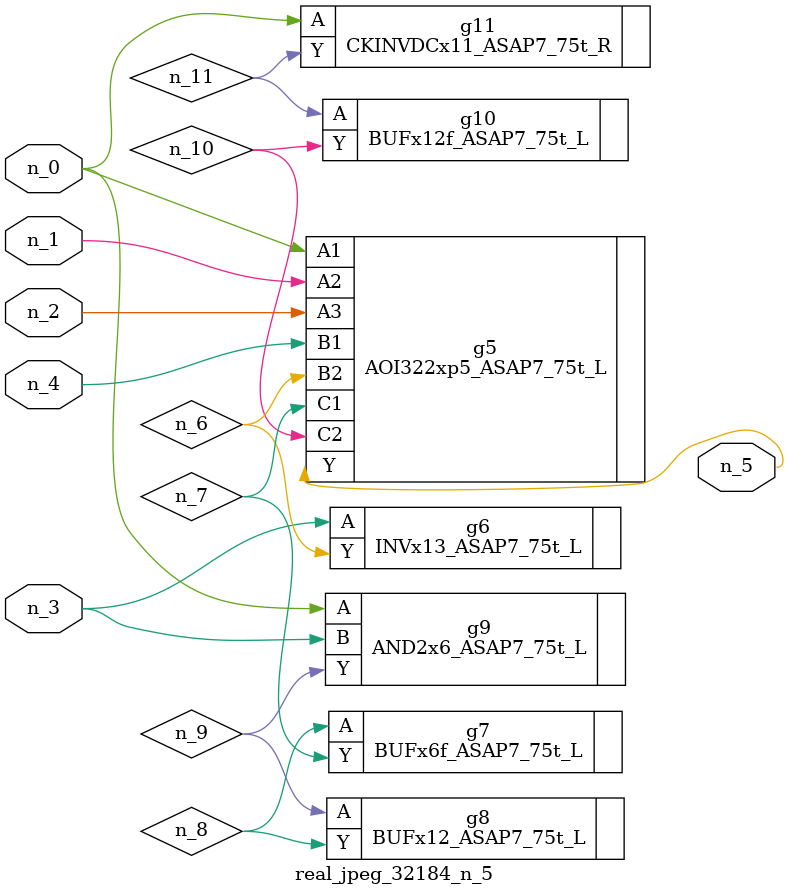
<source format=v>
module real_jpeg_32184_n_5 (n_4, n_0, n_1, n_2, n_3, n_5);

input n_4;
input n_0;
input n_1;
input n_2;
input n_3;

output n_5;

wire n_8;
wire n_11;
wire n_6;
wire n_7;
wire n_10;
wire n_9;

AOI322xp5_ASAP7_75t_L g5 ( 
.A1(n_0),
.A2(n_1),
.A3(n_2),
.B1(n_4),
.B2(n_6),
.C1(n_7),
.C2(n_10),
.Y(n_5)
);

AND2x6_ASAP7_75t_L g9 ( 
.A(n_0),
.B(n_3),
.Y(n_9)
);

CKINVDCx11_ASAP7_75t_R g11 ( 
.A(n_0),
.Y(n_11)
);

INVx13_ASAP7_75t_L g6 ( 
.A(n_3),
.Y(n_6)
);

BUFx6f_ASAP7_75t_L g7 ( 
.A(n_8),
.Y(n_7)
);

BUFx12_ASAP7_75t_L g8 ( 
.A(n_9),
.Y(n_8)
);

BUFx12f_ASAP7_75t_L g10 ( 
.A(n_11),
.Y(n_10)
);


endmodule
</source>
